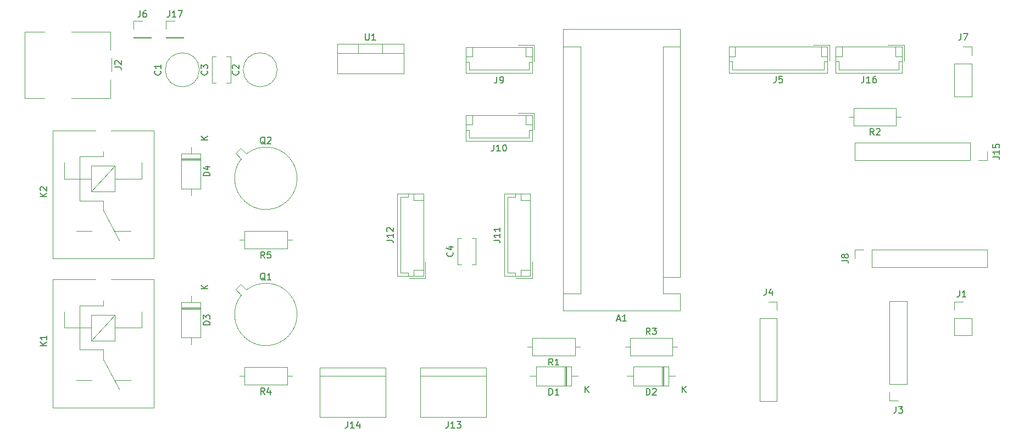
<source format=gbr>
%TF.GenerationSoftware,KiCad,Pcbnew,(5.1.9)-1*%
%TF.CreationDate,2021-02-24T20:02:18-03:00*%
%TF.ProjectId,Genesis,47656e65-7369-4732-9e6b-696361645f70,rev?*%
%TF.SameCoordinates,Original*%
%TF.FileFunction,Legend,Top*%
%TF.FilePolarity,Positive*%
%FSLAX46Y46*%
G04 Gerber Fmt 4.6, Leading zero omitted, Abs format (unit mm)*
G04 Created by KiCad (PCBNEW (5.1.9)-1) date 2021-02-24 20:02:18*
%MOMM*%
%LPD*%
G01*
G04 APERTURE LIST*
%ADD10C,0.120000*%
%ADD11C,0.150000*%
G04 APERTURE END LIST*
D10*
%TO.C,J1*%
X196660000Y-93020000D02*
X197990000Y-93020000D01*
X196660000Y-94350000D02*
X196660000Y-93020000D01*
X196660000Y-95620000D02*
X199320000Y-95620000D01*
X199320000Y-95620000D02*
X199320000Y-98220000D01*
X196660000Y-95620000D02*
X196660000Y-98220000D01*
X196660000Y-98220000D02*
X199320000Y-98220000D01*
%TO.C,J17*%
X75170000Y-49670000D02*
X76500000Y-49670000D01*
X75170000Y-51000000D02*
X75170000Y-49670000D01*
X75170000Y-52270000D02*
X77830000Y-52270000D01*
X77830000Y-52270000D02*
X77830000Y-52330000D01*
X75170000Y-52270000D02*
X75170000Y-52330000D01*
X75170000Y-52330000D02*
X77830000Y-52330000D01*
%TO.C,J16*%
X188910000Y-53390000D02*
X186410000Y-53390000D01*
X188910000Y-55890000D02*
X188910000Y-53390000D01*
X179390000Y-55190000D02*
X179390000Y-53690000D01*
X178390000Y-55190000D02*
X179390000Y-55190000D01*
X187610000Y-55190000D02*
X187610000Y-53690000D01*
X188610000Y-55190000D02*
X187610000Y-55190000D01*
X178890000Y-56000000D02*
X178390000Y-56000000D01*
X178890000Y-57210000D02*
X178890000Y-56000000D01*
X188110000Y-57210000D02*
X178890000Y-57210000D01*
X188110000Y-56000000D02*
X188110000Y-57210000D01*
X188610000Y-56000000D02*
X188110000Y-56000000D01*
X178390000Y-57710000D02*
X188610000Y-57710000D01*
X178390000Y-53690000D02*
X178390000Y-57710000D01*
X188610000Y-53690000D02*
X178390000Y-53690000D01*
X188610000Y-57710000D02*
X188610000Y-53690000D01*
%TO.C,J6*%
X70170000Y-49670000D02*
X71500000Y-49670000D01*
X70170000Y-51000000D02*
X70170000Y-49670000D01*
X70170000Y-52270000D02*
X72830000Y-52270000D01*
X72830000Y-52270000D02*
X72830000Y-52330000D01*
X70170000Y-52270000D02*
X70170000Y-52330000D01*
X70170000Y-52330000D02*
X72830000Y-52330000D01*
%TO.C,J10*%
X131890000Y-63950000D02*
X129390000Y-63950000D01*
X131890000Y-66450000D02*
X131890000Y-63950000D01*
X122370000Y-65750000D02*
X122370000Y-64250000D01*
X121370000Y-65750000D02*
X122370000Y-65750000D01*
X130590000Y-65750000D02*
X130590000Y-64250000D01*
X131590000Y-65750000D02*
X130590000Y-65750000D01*
X121870000Y-66560000D02*
X121370000Y-66560000D01*
X121870000Y-67770000D02*
X121870000Y-66560000D01*
X131090000Y-67770000D02*
X121870000Y-67770000D01*
X131090000Y-66560000D02*
X131090000Y-67770000D01*
X131590000Y-66560000D02*
X131090000Y-66560000D01*
X121370000Y-68270000D02*
X131590000Y-68270000D01*
X121370000Y-64250000D02*
X121370000Y-68270000D01*
X131590000Y-64250000D02*
X121370000Y-64250000D01*
X131590000Y-68270000D02*
X131590000Y-64250000D01*
%TO.C,C4*%
X120080000Y-87270000D02*
X120080000Y-83230000D01*
X122920000Y-87270000D02*
X122920000Y-83230000D01*
X120080000Y-87270000D02*
X120705000Y-87270000D01*
X122295000Y-87270000D02*
X122920000Y-87270000D01*
X120080000Y-83230000D02*
X120705000Y-83230000D01*
X122295000Y-83230000D02*
X122920000Y-83230000D01*
%TO.C,J14*%
X98880000Y-104460000D02*
X109040000Y-104460000D01*
X98880000Y-103190000D02*
X98880000Y-110810000D01*
X98880000Y-110810000D02*
X109040000Y-110810000D01*
X109040000Y-110810000D02*
X109040000Y-103190000D01*
X109040000Y-103190000D02*
X98880000Y-103190000D01*
%TO.C,J13*%
X114380000Y-104460000D02*
X124540000Y-104460000D01*
X114380000Y-103190000D02*
X114380000Y-110810000D01*
X114380000Y-110810000D02*
X124540000Y-110810000D01*
X124540000Y-110810000D02*
X124540000Y-103190000D01*
X124540000Y-103190000D02*
X114380000Y-103190000D01*
%TO.C,J9*%
X131590000Y-57770000D02*
X131590000Y-53750000D01*
X131590000Y-53750000D02*
X121370000Y-53750000D01*
X121370000Y-53750000D02*
X121370000Y-57770000D01*
X121370000Y-57770000D02*
X131590000Y-57770000D01*
X131590000Y-56060000D02*
X131090000Y-56060000D01*
X131090000Y-56060000D02*
X131090000Y-57270000D01*
X131090000Y-57270000D02*
X121870000Y-57270000D01*
X121870000Y-57270000D02*
X121870000Y-56060000D01*
X121870000Y-56060000D02*
X121370000Y-56060000D01*
X131590000Y-55250000D02*
X130590000Y-55250000D01*
X130590000Y-55250000D02*
X130590000Y-53750000D01*
X121370000Y-55250000D02*
X122370000Y-55250000D01*
X122370000Y-55250000D02*
X122370000Y-53750000D01*
X131890000Y-55950000D02*
X131890000Y-53450000D01*
X131890000Y-53450000D02*
X129390000Y-53450000D01*
%TO.C,J7*%
X196670000Y-56270000D02*
X199330000Y-56270000D01*
X196670000Y-56270000D02*
X196670000Y-61410000D01*
X196670000Y-61410000D02*
X199330000Y-61410000D01*
X199330000Y-56270000D02*
X199330000Y-61410000D01*
X199330000Y-53670000D02*
X199330000Y-55000000D01*
X198000000Y-53670000D02*
X199330000Y-53670000D01*
%TO.C,A1*%
X136360000Y-94440000D02*
X154400000Y-94440000D01*
X136360000Y-51000000D02*
X136360000Y-94440000D01*
X154400000Y-51000000D02*
X136360000Y-51000000D01*
X151730000Y-53670000D02*
X154400000Y-53670000D01*
X151730000Y-89230000D02*
X151730000Y-53670000D01*
X151730000Y-89230000D02*
X154400000Y-89230000D01*
X139030000Y-53670000D02*
X136360000Y-53670000D01*
X139030000Y-91770000D02*
X139030000Y-53670000D01*
X139030000Y-91770000D02*
X136360000Y-91770000D01*
X154400000Y-94440000D02*
X154400000Y-91770000D01*
X154400000Y-89230000D02*
X154400000Y-51000000D01*
X151730000Y-91770000D02*
X154400000Y-91770000D01*
X151730000Y-89230000D02*
X151730000Y-91770000D01*
%TO.C,J15*%
X201710000Y-69870000D02*
X201710000Y-71200000D01*
X201710000Y-71200000D02*
X200380000Y-71200000D01*
X199110000Y-71200000D02*
X181270000Y-71200000D01*
X181270000Y-68540000D02*
X181270000Y-71200000D01*
X199110000Y-68540000D02*
X181270000Y-68540000D01*
X199110000Y-68540000D02*
X199110000Y-71200000D01*
%TO.C,J8*%
X181300000Y-86360000D02*
X181300000Y-85030000D01*
X181300000Y-85030000D02*
X182630000Y-85030000D01*
X183900000Y-85030000D02*
X201740000Y-85030000D01*
X201740000Y-87690000D02*
X201740000Y-85030000D01*
X183900000Y-87690000D02*
X201740000Y-87690000D01*
X183900000Y-87690000D02*
X183900000Y-85030000D01*
%TO.C,J4*%
X168000000Y-93020000D02*
X169330000Y-93020000D01*
X169330000Y-93020000D02*
X169330000Y-94350000D01*
X169330000Y-95620000D02*
X169330000Y-108380000D01*
X166670000Y-108380000D02*
X169330000Y-108380000D01*
X166670000Y-95620000D02*
X166670000Y-108380000D01*
X166670000Y-95620000D02*
X169330000Y-95620000D01*
%TO.C,J3*%
X188000000Y-108330000D02*
X186670000Y-108330000D01*
X186670000Y-108330000D02*
X186670000Y-107000000D01*
X186670000Y-105730000D02*
X186670000Y-92970000D01*
X189330000Y-92970000D02*
X186670000Y-92970000D01*
X189330000Y-105730000D02*
X189330000Y-92970000D01*
X189330000Y-105730000D02*
X186670000Y-105730000D01*
%TO.C,D3*%
X80470000Y-93940000D02*
X77530000Y-93940000D01*
X80470000Y-94180000D02*
X77530000Y-94180000D01*
X80470000Y-94060000D02*
X77530000Y-94060000D01*
X79000000Y-99620000D02*
X79000000Y-98600000D01*
X79000000Y-92140000D02*
X79000000Y-93160000D01*
X80470000Y-98600000D02*
X80470000Y-93160000D01*
X77530000Y-98600000D02*
X80470000Y-98600000D01*
X77530000Y-93160000D02*
X77530000Y-98600000D01*
X80470000Y-93160000D02*
X77530000Y-93160000D01*
%TO.C,C3*%
X84465000Y-55240000D02*
X85090000Y-55240000D01*
X82250000Y-55240000D02*
X82875000Y-55240000D01*
X84465000Y-59280000D02*
X85090000Y-59280000D01*
X82250000Y-59280000D02*
X82875000Y-59280000D01*
X85090000Y-59280000D02*
X85090000Y-55240000D01*
X82250000Y-59280000D02*
X82250000Y-55240000D01*
%TO.C,C1*%
X80290000Y-57260000D02*
G75*
G03*
X80290000Y-57260000I-2620000J0D01*
G01*
%TO.C,C2*%
X92290000Y-57260000D02*
G75*
G03*
X92290000Y-57260000I-2620000J0D01*
G01*
%TO.C,D1*%
X136860000Y-105970000D02*
X136860000Y-103030000D01*
X136620000Y-105970000D02*
X136620000Y-103030000D01*
X136740000Y-105970000D02*
X136740000Y-103030000D01*
X131180000Y-104500000D02*
X132200000Y-104500000D01*
X138660000Y-104500000D02*
X137640000Y-104500000D01*
X132200000Y-105970000D02*
X137640000Y-105970000D01*
X132200000Y-103030000D02*
X132200000Y-105970000D01*
X137640000Y-103030000D02*
X132200000Y-103030000D01*
X137640000Y-105970000D02*
X137640000Y-103030000D01*
%TO.C,D2*%
X152640000Y-105970000D02*
X152640000Y-103030000D01*
X152640000Y-103030000D02*
X147200000Y-103030000D01*
X147200000Y-103030000D02*
X147200000Y-105970000D01*
X147200000Y-105970000D02*
X152640000Y-105970000D01*
X153660000Y-104500000D02*
X152640000Y-104500000D01*
X146180000Y-104500000D02*
X147200000Y-104500000D01*
X151740000Y-105970000D02*
X151740000Y-103030000D01*
X151620000Y-105970000D02*
X151620000Y-103030000D01*
X151860000Y-105970000D02*
X151860000Y-103030000D01*
%TO.C,D4*%
X80470000Y-70160000D02*
X77530000Y-70160000D01*
X77530000Y-70160000D02*
X77530000Y-75600000D01*
X77530000Y-75600000D02*
X80470000Y-75600000D01*
X80470000Y-75600000D02*
X80470000Y-70160000D01*
X79000000Y-69140000D02*
X79000000Y-70160000D01*
X79000000Y-76620000D02*
X79000000Y-75600000D01*
X80470000Y-71060000D02*
X77530000Y-71060000D01*
X80470000Y-71180000D02*
X77530000Y-71180000D01*
X80470000Y-70940000D02*
X77530000Y-70940000D01*
%TO.C,J5*%
X177410000Y-53390000D02*
X174910000Y-53390000D01*
X177410000Y-55890000D02*
X177410000Y-53390000D01*
X162890000Y-55190000D02*
X162890000Y-53690000D01*
X161890000Y-55190000D02*
X162890000Y-55190000D01*
X176110000Y-55190000D02*
X176110000Y-53690000D01*
X177110000Y-55190000D02*
X176110000Y-55190000D01*
X162390000Y-56000000D02*
X161890000Y-56000000D01*
X162390000Y-57210000D02*
X162390000Y-56000000D01*
X176610000Y-57210000D02*
X162390000Y-57210000D01*
X176610000Y-56000000D02*
X176610000Y-57210000D01*
X177110000Y-56000000D02*
X176610000Y-56000000D01*
X161890000Y-57710000D02*
X177110000Y-57710000D01*
X161890000Y-53690000D02*
X161890000Y-57710000D01*
X177110000Y-53690000D02*
X161890000Y-53690000D01*
X177110000Y-57710000D02*
X177110000Y-53690000D01*
%TO.C,J11*%
X131610000Y-89410000D02*
X131610000Y-86910000D01*
X129110000Y-89410000D02*
X131610000Y-89410000D01*
X129810000Y-77390000D02*
X131310000Y-77390000D01*
X129810000Y-76390000D02*
X129810000Y-77390000D01*
X129810000Y-88110000D02*
X131310000Y-88110000D01*
X129810000Y-89110000D02*
X129810000Y-88110000D01*
X129000000Y-76890000D02*
X129000000Y-76390000D01*
X127790000Y-76890000D02*
X129000000Y-76890000D01*
X127790000Y-88610000D02*
X127790000Y-76890000D01*
X129000000Y-88610000D02*
X127790000Y-88610000D01*
X129000000Y-89110000D02*
X129000000Y-88610000D01*
X127290000Y-76390000D02*
X127290000Y-89110000D01*
X131310000Y-76390000D02*
X127290000Y-76390000D01*
X131310000Y-89110000D02*
X131310000Y-76390000D01*
X127290000Y-89110000D02*
X131310000Y-89110000D01*
%TO.C,J12*%
X110790000Y-89110000D02*
X114810000Y-89110000D01*
X114810000Y-89110000D02*
X114810000Y-76390000D01*
X114810000Y-76390000D02*
X110790000Y-76390000D01*
X110790000Y-76390000D02*
X110790000Y-89110000D01*
X112500000Y-89110000D02*
X112500000Y-88610000D01*
X112500000Y-88610000D02*
X111290000Y-88610000D01*
X111290000Y-88610000D02*
X111290000Y-76890000D01*
X111290000Y-76890000D02*
X112500000Y-76890000D01*
X112500000Y-76890000D02*
X112500000Y-76390000D01*
X113310000Y-89110000D02*
X113310000Y-88110000D01*
X113310000Y-88110000D02*
X114810000Y-88110000D01*
X113310000Y-76390000D02*
X113310000Y-77390000D01*
X113310000Y-77390000D02*
X114810000Y-77390000D01*
X112610000Y-89410000D02*
X115110000Y-89410000D01*
X115110000Y-89410000D02*
X115110000Y-86910000D01*
%TO.C,K1*%
X63650000Y-99050000D02*
X63650000Y-95050000D01*
X67250000Y-99050000D02*
X63650000Y-99050000D01*
X67250000Y-95050000D02*
X67250000Y-99050000D01*
X63650000Y-95050000D02*
X67250000Y-95050000D01*
X63650000Y-99050000D02*
X67250000Y-95050000D01*
X63650000Y-97050000D02*
X59450000Y-97050000D01*
X71450000Y-97050000D02*
X67250000Y-97050000D01*
X65450000Y-93650000D02*
X61850000Y-93650000D01*
X65450000Y-100450000D02*
X61850000Y-100450000D01*
X61850000Y-100450000D02*
X61850000Y-93650000D01*
X65450000Y-101950000D02*
X67950000Y-106550000D01*
X65450000Y-100450000D02*
X65450000Y-101950000D01*
X71450000Y-97050000D02*
X71450000Y-94550000D01*
X65450000Y-93650000D02*
X65450000Y-92850000D01*
X59450000Y-94550000D02*
X59450000Y-97050000D01*
X69700000Y-105150000D02*
X67200000Y-105150000D01*
X61300000Y-105150000D02*
X63750000Y-105150000D01*
X57700000Y-109400000D02*
X57700000Y-89600000D01*
X73300000Y-109400000D02*
X57700000Y-109400000D01*
X73300000Y-89600000D02*
X73300000Y-109400000D01*
X73300000Y-89600000D02*
X66700000Y-89600000D01*
X64300000Y-89600000D02*
X57700000Y-89600000D01*
%TO.C,K2*%
X64300000Y-66600000D02*
X57700000Y-66600000D01*
X73300000Y-66600000D02*
X66700000Y-66600000D01*
X73300000Y-66600000D02*
X73300000Y-86400000D01*
X73300000Y-86400000D02*
X57700000Y-86400000D01*
X57700000Y-86400000D02*
X57700000Y-66600000D01*
X61300000Y-82150000D02*
X63750000Y-82150000D01*
X69700000Y-82150000D02*
X67200000Y-82150000D01*
X59450000Y-71550000D02*
X59450000Y-74050000D01*
X65450000Y-70650000D02*
X65450000Y-69850000D01*
X71450000Y-74050000D02*
X71450000Y-71550000D01*
X65450000Y-77450000D02*
X65450000Y-78950000D01*
X65450000Y-78950000D02*
X67950000Y-83550000D01*
X61850000Y-77450000D02*
X61850000Y-70650000D01*
X65450000Y-77450000D02*
X61850000Y-77450000D01*
X65450000Y-70650000D02*
X61850000Y-70650000D01*
X71450000Y-74050000D02*
X67250000Y-74050000D01*
X63650000Y-74050000D02*
X59450000Y-74050000D01*
X63650000Y-76050000D02*
X67250000Y-72050000D01*
X63650000Y-72050000D02*
X67250000Y-72050000D01*
X67250000Y-72050000D02*
X67250000Y-76050000D01*
X67250000Y-76050000D02*
X63650000Y-76050000D01*
X63650000Y-76050000D02*
X63650000Y-72050000D01*
%TO.C,Q1*%
X85874144Y-91111961D02*
X86765098Y-92002916D01*
X86651961Y-90334144D02*
X85874144Y-91111961D01*
X87542916Y-91225098D02*
X86651961Y-90334144D01*
X86765326Y-92002629D02*
G75*
G03*
X87542916Y-91225098I3774674J-2997371D01*
G01*
%TO.C,Q2*%
X87542916Y-70225098D02*
X86651961Y-69334144D01*
X86651961Y-69334144D02*
X85874144Y-70111961D01*
X85874144Y-70111961D02*
X86765098Y-71002916D01*
X86765326Y-71002629D02*
G75*
G03*
X87542916Y-70225098I3774674J-2997371D01*
G01*
%TO.C,R1*%
X130880000Y-100000000D02*
X131650000Y-100000000D01*
X138960000Y-100000000D02*
X138190000Y-100000000D01*
X131650000Y-101370000D02*
X138190000Y-101370000D01*
X131650000Y-98630000D02*
X131650000Y-101370000D01*
X138190000Y-98630000D02*
X131650000Y-98630000D01*
X138190000Y-101370000D02*
X138190000Y-98630000D01*
%TO.C,R2*%
X180380000Y-64500000D02*
X181150000Y-64500000D01*
X188460000Y-64500000D02*
X187690000Y-64500000D01*
X181150000Y-65870000D02*
X187690000Y-65870000D01*
X181150000Y-63130000D02*
X181150000Y-65870000D01*
X187690000Y-63130000D02*
X181150000Y-63130000D01*
X187690000Y-65870000D02*
X187690000Y-63130000D01*
%TO.C,R3*%
X146650000Y-98630000D02*
X146650000Y-101370000D01*
X146650000Y-101370000D02*
X153190000Y-101370000D01*
X153190000Y-101370000D02*
X153190000Y-98630000D01*
X153190000Y-98630000D02*
X146650000Y-98630000D01*
X145880000Y-100000000D02*
X146650000Y-100000000D01*
X153960000Y-100000000D02*
X153190000Y-100000000D01*
%TO.C,R4*%
X86500000Y-104500000D02*
X87270000Y-104500000D01*
X94580000Y-104500000D02*
X93810000Y-104500000D01*
X87270000Y-105870000D02*
X93810000Y-105870000D01*
X87270000Y-103130000D02*
X87270000Y-105870000D01*
X93810000Y-103130000D02*
X87270000Y-103130000D01*
X93810000Y-105870000D02*
X93810000Y-103130000D01*
%TO.C,R5*%
X93810000Y-84870000D02*
X93810000Y-82130000D01*
X93810000Y-82130000D02*
X87270000Y-82130000D01*
X87270000Y-82130000D02*
X87270000Y-84870000D01*
X87270000Y-84870000D02*
X93810000Y-84870000D01*
X94580000Y-83500000D02*
X93810000Y-83500000D01*
X86500000Y-83500000D02*
X87270000Y-83500000D01*
%TO.C,U1*%
X108511000Y-53230000D02*
X108511000Y-54740000D01*
X104810000Y-53230000D02*
X104810000Y-54740000D01*
X101540000Y-54740000D02*
X111780000Y-54740000D01*
X111780000Y-53230000D02*
X111780000Y-57871000D01*
X101540000Y-53230000D02*
X101540000Y-57871000D01*
X101540000Y-57871000D02*
X111780000Y-57871000D01*
X101540000Y-53230000D02*
X111780000Y-53230000D01*
%TO.C,J2*%
X60550000Y-51390000D02*
X66610000Y-51390000D01*
X66610000Y-51390000D02*
X66610000Y-54200000D01*
X66610000Y-58800000D02*
X66610000Y-61610000D01*
X66610000Y-61610000D02*
X60550000Y-61610000D01*
X56450000Y-61610000D02*
X53390000Y-61610000D01*
X53390000Y-61610000D02*
X53390000Y-51390000D01*
X53390000Y-51390000D02*
X56450000Y-51390000D01*
X66800000Y-55500000D02*
X66800000Y-57500000D01*
%TO.C,J1*%
D11*
X197456666Y-91302380D02*
X197456666Y-92016666D01*
X197409047Y-92159523D01*
X197313809Y-92254761D01*
X197170952Y-92302380D01*
X197075714Y-92302380D01*
X198456666Y-92302380D02*
X197885238Y-92302380D01*
X198170952Y-92302380D02*
X198170952Y-91302380D01*
X198075714Y-91445238D01*
X197980476Y-91540476D01*
X197885238Y-91588095D01*
%TO.C,J17*%
X75690476Y-48122380D02*
X75690476Y-48836666D01*
X75642857Y-48979523D01*
X75547619Y-49074761D01*
X75404761Y-49122380D01*
X75309523Y-49122380D01*
X76690476Y-49122380D02*
X76119047Y-49122380D01*
X76404761Y-49122380D02*
X76404761Y-48122380D01*
X76309523Y-48265238D01*
X76214285Y-48360476D01*
X76119047Y-48408095D01*
X77023809Y-48122380D02*
X77690476Y-48122380D01*
X77261904Y-49122380D01*
%TO.C,J16*%
X182690476Y-58252380D02*
X182690476Y-58966666D01*
X182642857Y-59109523D01*
X182547619Y-59204761D01*
X182404761Y-59252380D01*
X182309523Y-59252380D01*
X183690476Y-59252380D02*
X183119047Y-59252380D01*
X183404761Y-59252380D02*
X183404761Y-58252380D01*
X183309523Y-58395238D01*
X183214285Y-58490476D01*
X183119047Y-58538095D01*
X184547619Y-58252380D02*
X184357142Y-58252380D01*
X184261904Y-58300000D01*
X184214285Y-58347619D01*
X184119047Y-58490476D01*
X184071428Y-58680952D01*
X184071428Y-59061904D01*
X184119047Y-59157142D01*
X184166666Y-59204761D01*
X184261904Y-59252380D01*
X184452380Y-59252380D01*
X184547619Y-59204761D01*
X184595238Y-59157142D01*
X184642857Y-59061904D01*
X184642857Y-58823809D01*
X184595238Y-58728571D01*
X184547619Y-58680952D01*
X184452380Y-58633333D01*
X184261904Y-58633333D01*
X184166666Y-58680952D01*
X184119047Y-58728571D01*
X184071428Y-58823809D01*
%TO.C,J6*%
X71166666Y-48122380D02*
X71166666Y-48836666D01*
X71119047Y-48979523D01*
X71023809Y-49074761D01*
X70880952Y-49122380D01*
X70785714Y-49122380D01*
X72071428Y-48122380D02*
X71880952Y-48122380D01*
X71785714Y-48170000D01*
X71738095Y-48217619D01*
X71642857Y-48360476D01*
X71595238Y-48550952D01*
X71595238Y-48931904D01*
X71642857Y-49027142D01*
X71690476Y-49074761D01*
X71785714Y-49122380D01*
X71976190Y-49122380D01*
X72071428Y-49074761D01*
X72119047Y-49027142D01*
X72166666Y-48931904D01*
X72166666Y-48693809D01*
X72119047Y-48598571D01*
X72071428Y-48550952D01*
X71976190Y-48503333D01*
X71785714Y-48503333D01*
X71690476Y-48550952D01*
X71642857Y-48598571D01*
X71595238Y-48693809D01*
%TO.C,J10*%
X125670476Y-68812380D02*
X125670476Y-69526666D01*
X125622857Y-69669523D01*
X125527619Y-69764761D01*
X125384761Y-69812380D01*
X125289523Y-69812380D01*
X126670476Y-69812380D02*
X126099047Y-69812380D01*
X126384761Y-69812380D02*
X126384761Y-68812380D01*
X126289523Y-68955238D01*
X126194285Y-69050476D01*
X126099047Y-69098095D01*
X127289523Y-68812380D02*
X127384761Y-68812380D01*
X127480000Y-68860000D01*
X127527619Y-68907619D01*
X127575238Y-69002857D01*
X127622857Y-69193333D01*
X127622857Y-69431428D01*
X127575238Y-69621904D01*
X127527619Y-69717142D01*
X127480000Y-69764761D01*
X127384761Y-69812380D01*
X127289523Y-69812380D01*
X127194285Y-69764761D01*
X127146666Y-69717142D01*
X127099047Y-69621904D01*
X127051428Y-69431428D01*
X127051428Y-69193333D01*
X127099047Y-69002857D01*
X127146666Y-68907619D01*
X127194285Y-68860000D01*
X127289523Y-68812380D01*
%TO.C,C4*%
X119307142Y-85416666D02*
X119354761Y-85464285D01*
X119402380Y-85607142D01*
X119402380Y-85702380D01*
X119354761Y-85845238D01*
X119259523Y-85940476D01*
X119164285Y-85988095D01*
X118973809Y-86035714D01*
X118830952Y-86035714D01*
X118640476Y-85988095D01*
X118545238Y-85940476D01*
X118450000Y-85845238D01*
X118402380Y-85702380D01*
X118402380Y-85607142D01*
X118450000Y-85464285D01*
X118497619Y-85416666D01*
X118735714Y-84559523D02*
X119402380Y-84559523D01*
X118354761Y-84797619D02*
X119069047Y-85035714D01*
X119069047Y-84416666D01*
%TO.C,J14*%
X103150476Y-111532380D02*
X103150476Y-112246666D01*
X103102857Y-112389523D01*
X103007619Y-112484761D01*
X102864761Y-112532380D01*
X102769523Y-112532380D01*
X104150476Y-112532380D02*
X103579047Y-112532380D01*
X103864761Y-112532380D02*
X103864761Y-111532380D01*
X103769523Y-111675238D01*
X103674285Y-111770476D01*
X103579047Y-111818095D01*
X105007619Y-111865714D02*
X105007619Y-112532380D01*
X104769523Y-111484761D02*
X104531428Y-112199047D01*
X105150476Y-112199047D01*
%TO.C,J13*%
X118650476Y-111532380D02*
X118650476Y-112246666D01*
X118602857Y-112389523D01*
X118507619Y-112484761D01*
X118364761Y-112532380D01*
X118269523Y-112532380D01*
X119650476Y-112532380D02*
X119079047Y-112532380D01*
X119364761Y-112532380D02*
X119364761Y-111532380D01*
X119269523Y-111675238D01*
X119174285Y-111770476D01*
X119079047Y-111818095D01*
X119983809Y-111532380D02*
X120602857Y-111532380D01*
X120269523Y-111913333D01*
X120412380Y-111913333D01*
X120507619Y-111960952D01*
X120555238Y-112008571D01*
X120602857Y-112103809D01*
X120602857Y-112341904D01*
X120555238Y-112437142D01*
X120507619Y-112484761D01*
X120412380Y-112532380D01*
X120126666Y-112532380D01*
X120031428Y-112484761D01*
X119983809Y-112437142D01*
%TO.C,J9*%
X126146666Y-58312380D02*
X126146666Y-59026666D01*
X126099047Y-59169523D01*
X126003809Y-59264761D01*
X125860952Y-59312380D01*
X125765714Y-59312380D01*
X126670476Y-59312380D02*
X126860952Y-59312380D01*
X126956190Y-59264761D01*
X127003809Y-59217142D01*
X127099047Y-59074285D01*
X127146666Y-58883809D01*
X127146666Y-58502857D01*
X127099047Y-58407619D01*
X127051428Y-58360000D01*
X126956190Y-58312380D01*
X126765714Y-58312380D01*
X126670476Y-58360000D01*
X126622857Y-58407619D01*
X126575238Y-58502857D01*
X126575238Y-58740952D01*
X126622857Y-58836190D01*
X126670476Y-58883809D01*
X126765714Y-58931428D01*
X126956190Y-58931428D01*
X127051428Y-58883809D01*
X127099047Y-58836190D01*
X127146666Y-58740952D01*
%TO.C,J7*%
X197666666Y-51682380D02*
X197666666Y-52396666D01*
X197619047Y-52539523D01*
X197523809Y-52634761D01*
X197380952Y-52682380D01*
X197285714Y-52682380D01*
X198047619Y-51682380D02*
X198714285Y-51682380D01*
X198285714Y-52682380D01*
%TO.C,A1*%
X144665714Y-95746666D02*
X145141904Y-95746666D01*
X144570476Y-96032380D02*
X144903809Y-95032380D01*
X145237142Y-96032380D01*
X146094285Y-96032380D02*
X145522857Y-96032380D01*
X145808571Y-96032380D02*
X145808571Y-95032380D01*
X145713333Y-95175238D01*
X145618095Y-95270476D01*
X145522857Y-95318095D01*
%TO.C,J15*%
X202602380Y-70679523D02*
X203316666Y-70679523D01*
X203459523Y-70727142D01*
X203554761Y-70822380D01*
X203602380Y-70965238D01*
X203602380Y-71060476D01*
X203602380Y-69679523D02*
X203602380Y-70250952D01*
X203602380Y-69965238D02*
X202602380Y-69965238D01*
X202745238Y-70060476D01*
X202840476Y-70155714D01*
X202888095Y-70250952D01*
X202602380Y-68774761D02*
X202602380Y-69250952D01*
X203078571Y-69298571D01*
X203030952Y-69250952D01*
X202983333Y-69155714D01*
X202983333Y-68917619D01*
X203030952Y-68822380D01*
X203078571Y-68774761D01*
X203173809Y-68727142D01*
X203411904Y-68727142D01*
X203507142Y-68774761D01*
X203554761Y-68822380D01*
X203602380Y-68917619D01*
X203602380Y-69155714D01*
X203554761Y-69250952D01*
X203507142Y-69298571D01*
%TO.C,J8*%
X179312380Y-86693333D02*
X180026666Y-86693333D01*
X180169523Y-86740952D01*
X180264761Y-86836190D01*
X180312380Y-86979047D01*
X180312380Y-87074285D01*
X179740952Y-86074285D02*
X179693333Y-86169523D01*
X179645714Y-86217142D01*
X179550476Y-86264761D01*
X179502857Y-86264761D01*
X179407619Y-86217142D01*
X179360000Y-86169523D01*
X179312380Y-86074285D01*
X179312380Y-85883809D01*
X179360000Y-85788571D01*
X179407619Y-85740952D01*
X179502857Y-85693333D01*
X179550476Y-85693333D01*
X179645714Y-85740952D01*
X179693333Y-85788571D01*
X179740952Y-85883809D01*
X179740952Y-86074285D01*
X179788571Y-86169523D01*
X179836190Y-86217142D01*
X179931428Y-86264761D01*
X180121904Y-86264761D01*
X180217142Y-86217142D01*
X180264761Y-86169523D01*
X180312380Y-86074285D01*
X180312380Y-85883809D01*
X180264761Y-85788571D01*
X180217142Y-85740952D01*
X180121904Y-85693333D01*
X179931428Y-85693333D01*
X179836190Y-85740952D01*
X179788571Y-85788571D01*
X179740952Y-85883809D01*
%TO.C,J4*%
X167666666Y-91032380D02*
X167666666Y-91746666D01*
X167619047Y-91889523D01*
X167523809Y-91984761D01*
X167380952Y-92032380D01*
X167285714Y-92032380D01*
X168571428Y-91365714D02*
X168571428Y-92032380D01*
X168333333Y-90984761D02*
X168095238Y-91699047D01*
X168714285Y-91699047D01*
%TO.C,J3*%
X187666666Y-109222380D02*
X187666666Y-109936666D01*
X187619047Y-110079523D01*
X187523809Y-110174761D01*
X187380952Y-110222380D01*
X187285714Y-110222380D01*
X188047619Y-109222380D02*
X188666666Y-109222380D01*
X188333333Y-109603333D01*
X188476190Y-109603333D01*
X188571428Y-109650952D01*
X188619047Y-109698571D01*
X188666666Y-109793809D01*
X188666666Y-110031904D01*
X188619047Y-110127142D01*
X188571428Y-110174761D01*
X188476190Y-110222380D01*
X188190476Y-110222380D01*
X188095238Y-110174761D01*
X188047619Y-110127142D01*
%TO.C,D3*%
X81922380Y-96618095D02*
X80922380Y-96618095D01*
X80922380Y-96380000D01*
X80970000Y-96237142D01*
X81065238Y-96141904D01*
X81160476Y-96094285D01*
X81350952Y-96046666D01*
X81493809Y-96046666D01*
X81684285Y-96094285D01*
X81779523Y-96141904D01*
X81874761Y-96237142D01*
X81922380Y-96380000D01*
X81922380Y-96618095D01*
X80922380Y-95713333D02*
X80922380Y-95094285D01*
X81303333Y-95427619D01*
X81303333Y-95284761D01*
X81350952Y-95189523D01*
X81398571Y-95141904D01*
X81493809Y-95094285D01*
X81731904Y-95094285D01*
X81827142Y-95141904D01*
X81874761Y-95189523D01*
X81922380Y-95284761D01*
X81922380Y-95570476D01*
X81874761Y-95665714D01*
X81827142Y-95713333D01*
X81552380Y-91061904D02*
X80552380Y-91061904D01*
X81552380Y-90490476D02*
X80980952Y-90919047D01*
X80552380Y-90490476D02*
X81123809Y-91061904D01*
%TO.C,C3*%
X81477142Y-57426666D02*
X81524761Y-57474285D01*
X81572380Y-57617142D01*
X81572380Y-57712380D01*
X81524761Y-57855238D01*
X81429523Y-57950476D01*
X81334285Y-57998095D01*
X81143809Y-58045714D01*
X81000952Y-58045714D01*
X80810476Y-57998095D01*
X80715238Y-57950476D01*
X80620000Y-57855238D01*
X80572380Y-57712380D01*
X80572380Y-57617142D01*
X80620000Y-57474285D01*
X80667619Y-57426666D01*
X80572380Y-57093333D02*
X80572380Y-56474285D01*
X80953333Y-56807619D01*
X80953333Y-56664761D01*
X81000952Y-56569523D01*
X81048571Y-56521904D01*
X81143809Y-56474285D01*
X81381904Y-56474285D01*
X81477142Y-56521904D01*
X81524761Y-56569523D01*
X81572380Y-56664761D01*
X81572380Y-56950476D01*
X81524761Y-57045714D01*
X81477142Y-57093333D01*
%TO.C,C1*%
X74277142Y-57426666D02*
X74324761Y-57474285D01*
X74372380Y-57617142D01*
X74372380Y-57712380D01*
X74324761Y-57855238D01*
X74229523Y-57950476D01*
X74134285Y-57998095D01*
X73943809Y-58045714D01*
X73800952Y-58045714D01*
X73610476Y-57998095D01*
X73515238Y-57950476D01*
X73420000Y-57855238D01*
X73372380Y-57712380D01*
X73372380Y-57617142D01*
X73420000Y-57474285D01*
X73467619Y-57426666D01*
X74372380Y-56474285D02*
X74372380Y-57045714D01*
X74372380Y-56760000D02*
X73372380Y-56760000D01*
X73515238Y-56855238D01*
X73610476Y-56950476D01*
X73658095Y-57045714D01*
%TO.C,C2*%
X86277142Y-57426666D02*
X86324761Y-57474285D01*
X86372380Y-57617142D01*
X86372380Y-57712380D01*
X86324761Y-57855238D01*
X86229523Y-57950476D01*
X86134285Y-57998095D01*
X85943809Y-58045714D01*
X85800952Y-58045714D01*
X85610476Y-57998095D01*
X85515238Y-57950476D01*
X85420000Y-57855238D01*
X85372380Y-57712380D01*
X85372380Y-57617142D01*
X85420000Y-57474285D01*
X85467619Y-57426666D01*
X85467619Y-57045714D02*
X85420000Y-56998095D01*
X85372380Y-56902857D01*
X85372380Y-56664761D01*
X85420000Y-56569523D01*
X85467619Y-56521904D01*
X85562857Y-56474285D01*
X85658095Y-56474285D01*
X85800952Y-56521904D01*
X86372380Y-57093333D01*
X86372380Y-56474285D01*
%TO.C,D1*%
X134181904Y-107422380D02*
X134181904Y-106422380D01*
X134420000Y-106422380D01*
X134562857Y-106470000D01*
X134658095Y-106565238D01*
X134705714Y-106660476D01*
X134753333Y-106850952D01*
X134753333Y-106993809D01*
X134705714Y-107184285D01*
X134658095Y-107279523D01*
X134562857Y-107374761D01*
X134420000Y-107422380D01*
X134181904Y-107422380D01*
X135705714Y-107422380D02*
X135134285Y-107422380D01*
X135420000Y-107422380D02*
X135420000Y-106422380D01*
X135324761Y-106565238D01*
X135229523Y-106660476D01*
X135134285Y-106708095D01*
X139738095Y-107052380D02*
X139738095Y-106052380D01*
X140309523Y-107052380D02*
X139880952Y-106480952D01*
X140309523Y-106052380D02*
X139738095Y-106623809D01*
%TO.C,D2*%
X149181904Y-107422380D02*
X149181904Y-106422380D01*
X149420000Y-106422380D01*
X149562857Y-106470000D01*
X149658095Y-106565238D01*
X149705714Y-106660476D01*
X149753333Y-106850952D01*
X149753333Y-106993809D01*
X149705714Y-107184285D01*
X149658095Y-107279523D01*
X149562857Y-107374761D01*
X149420000Y-107422380D01*
X149181904Y-107422380D01*
X150134285Y-106517619D02*
X150181904Y-106470000D01*
X150277142Y-106422380D01*
X150515238Y-106422380D01*
X150610476Y-106470000D01*
X150658095Y-106517619D01*
X150705714Y-106612857D01*
X150705714Y-106708095D01*
X150658095Y-106850952D01*
X150086666Y-107422380D01*
X150705714Y-107422380D01*
X154738095Y-107052380D02*
X154738095Y-106052380D01*
X155309523Y-107052380D02*
X154880952Y-106480952D01*
X155309523Y-106052380D02*
X154738095Y-106623809D01*
%TO.C,D4*%
X81922380Y-73618095D02*
X80922380Y-73618095D01*
X80922380Y-73380000D01*
X80970000Y-73237142D01*
X81065238Y-73141904D01*
X81160476Y-73094285D01*
X81350952Y-73046666D01*
X81493809Y-73046666D01*
X81684285Y-73094285D01*
X81779523Y-73141904D01*
X81874761Y-73237142D01*
X81922380Y-73380000D01*
X81922380Y-73618095D01*
X81255714Y-72189523D02*
X81922380Y-72189523D01*
X80874761Y-72427619D02*
X81589047Y-72665714D01*
X81589047Y-72046666D01*
X81552380Y-68061904D02*
X80552380Y-68061904D01*
X81552380Y-67490476D02*
X80980952Y-67919047D01*
X80552380Y-67490476D02*
X81123809Y-68061904D01*
%TO.C,J5*%
X169166666Y-58252380D02*
X169166666Y-58966666D01*
X169119047Y-59109523D01*
X169023809Y-59204761D01*
X168880952Y-59252380D01*
X168785714Y-59252380D01*
X170119047Y-58252380D02*
X169642857Y-58252380D01*
X169595238Y-58728571D01*
X169642857Y-58680952D01*
X169738095Y-58633333D01*
X169976190Y-58633333D01*
X170071428Y-58680952D01*
X170119047Y-58728571D01*
X170166666Y-58823809D01*
X170166666Y-59061904D01*
X170119047Y-59157142D01*
X170071428Y-59204761D01*
X169976190Y-59252380D01*
X169738095Y-59252380D01*
X169642857Y-59204761D01*
X169595238Y-59157142D01*
%TO.C,J11*%
X125652380Y-83559523D02*
X126366666Y-83559523D01*
X126509523Y-83607142D01*
X126604761Y-83702380D01*
X126652380Y-83845238D01*
X126652380Y-83940476D01*
X126652380Y-82559523D02*
X126652380Y-83130952D01*
X126652380Y-82845238D02*
X125652380Y-82845238D01*
X125795238Y-82940476D01*
X125890476Y-83035714D01*
X125938095Y-83130952D01*
X126652380Y-81607142D02*
X126652380Y-82178571D01*
X126652380Y-81892857D02*
X125652380Y-81892857D01*
X125795238Y-81988095D01*
X125890476Y-82083333D01*
X125938095Y-82178571D01*
%TO.C,J12*%
X109152380Y-83559523D02*
X109866666Y-83559523D01*
X110009523Y-83607142D01*
X110104761Y-83702380D01*
X110152380Y-83845238D01*
X110152380Y-83940476D01*
X110152380Y-82559523D02*
X110152380Y-83130952D01*
X110152380Y-82845238D02*
X109152380Y-82845238D01*
X109295238Y-82940476D01*
X109390476Y-83035714D01*
X109438095Y-83130952D01*
X109247619Y-82178571D02*
X109200000Y-82130952D01*
X109152380Y-82035714D01*
X109152380Y-81797619D01*
X109200000Y-81702380D01*
X109247619Y-81654761D01*
X109342857Y-81607142D01*
X109438095Y-81607142D01*
X109580952Y-81654761D01*
X110152380Y-82226190D01*
X110152380Y-81607142D01*
%TO.C,K1*%
X56752380Y-99838095D02*
X55752380Y-99838095D01*
X56752380Y-99266666D02*
X56180952Y-99695238D01*
X55752380Y-99266666D02*
X56323809Y-99838095D01*
X56752380Y-98314285D02*
X56752380Y-98885714D01*
X56752380Y-98600000D02*
X55752380Y-98600000D01*
X55895238Y-98695238D01*
X55990476Y-98790476D01*
X56038095Y-98885714D01*
%TO.C,K2*%
X56752380Y-76838095D02*
X55752380Y-76838095D01*
X56752380Y-76266666D02*
X56180952Y-76695238D01*
X55752380Y-76266666D02*
X56323809Y-76838095D01*
X55847619Y-75885714D02*
X55800000Y-75838095D01*
X55752380Y-75742857D01*
X55752380Y-75504761D01*
X55800000Y-75409523D01*
X55847619Y-75361904D01*
X55942857Y-75314285D01*
X56038095Y-75314285D01*
X56180952Y-75361904D01*
X56752380Y-75933333D01*
X56752380Y-75314285D01*
%TO.C,Q1*%
X90444761Y-89727619D02*
X90349523Y-89680000D01*
X90254285Y-89584761D01*
X90111428Y-89441904D01*
X90016190Y-89394285D01*
X89920952Y-89394285D01*
X89968571Y-89632380D02*
X89873333Y-89584761D01*
X89778095Y-89489523D01*
X89730476Y-89299047D01*
X89730476Y-88965714D01*
X89778095Y-88775238D01*
X89873333Y-88680000D01*
X89968571Y-88632380D01*
X90159047Y-88632380D01*
X90254285Y-88680000D01*
X90349523Y-88775238D01*
X90397142Y-88965714D01*
X90397142Y-89299047D01*
X90349523Y-89489523D01*
X90254285Y-89584761D01*
X90159047Y-89632380D01*
X89968571Y-89632380D01*
X91349523Y-89632380D02*
X90778095Y-89632380D01*
X91063809Y-89632380D02*
X91063809Y-88632380D01*
X90968571Y-88775238D01*
X90873333Y-88870476D01*
X90778095Y-88918095D01*
%TO.C,Q2*%
X90444761Y-68727619D02*
X90349523Y-68680000D01*
X90254285Y-68584761D01*
X90111428Y-68441904D01*
X90016190Y-68394285D01*
X89920952Y-68394285D01*
X89968571Y-68632380D02*
X89873333Y-68584761D01*
X89778095Y-68489523D01*
X89730476Y-68299047D01*
X89730476Y-67965714D01*
X89778095Y-67775238D01*
X89873333Y-67680000D01*
X89968571Y-67632380D01*
X90159047Y-67632380D01*
X90254285Y-67680000D01*
X90349523Y-67775238D01*
X90397142Y-67965714D01*
X90397142Y-68299047D01*
X90349523Y-68489523D01*
X90254285Y-68584761D01*
X90159047Y-68632380D01*
X89968571Y-68632380D01*
X90778095Y-67727619D02*
X90825714Y-67680000D01*
X90920952Y-67632380D01*
X91159047Y-67632380D01*
X91254285Y-67680000D01*
X91301904Y-67727619D01*
X91349523Y-67822857D01*
X91349523Y-67918095D01*
X91301904Y-68060952D01*
X90730476Y-68632380D01*
X91349523Y-68632380D01*
%TO.C,R1*%
X134753333Y-102822380D02*
X134420000Y-102346190D01*
X134181904Y-102822380D02*
X134181904Y-101822380D01*
X134562857Y-101822380D01*
X134658095Y-101870000D01*
X134705714Y-101917619D01*
X134753333Y-102012857D01*
X134753333Y-102155714D01*
X134705714Y-102250952D01*
X134658095Y-102298571D01*
X134562857Y-102346190D01*
X134181904Y-102346190D01*
X135705714Y-102822380D02*
X135134285Y-102822380D01*
X135420000Y-102822380D02*
X135420000Y-101822380D01*
X135324761Y-101965238D01*
X135229523Y-102060476D01*
X135134285Y-102108095D01*
%TO.C,R2*%
X184253333Y-67322380D02*
X183920000Y-66846190D01*
X183681904Y-67322380D02*
X183681904Y-66322380D01*
X184062857Y-66322380D01*
X184158095Y-66370000D01*
X184205714Y-66417619D01*
X184253333Y-66512857D01*
X184253333Y-66655714D01*
X184205714Y-66750952D01*
X184158095Y-66798571D01*
X184062857Y-66846190D01*
X183681904Y-66846190D01*
X184634285Y-66417619D02*
X184681904Y-66370000D01*
X184777142Y-66322380D01*
X185015238Y-66322380D01*
X185110476Y-66370000D01*
X185158095Y-66417619D01*
X185205714Y-66512857D01*
X185205714Y-66608095D01*
X185158095Y-66750952D01*
X184586666Y-67322380D01*
X185205714Y-67322380D01*
%TO.C,R3*%
X149753333Y-98082380D02*
X149420000Y-97606190D01*
X149181904Y-98082380D02*
X149181904Y-97082380D01*
X149562857Y-97082380D01*
X149658095Y-97130000D01*
X149705714Y-97177619D01*
X149753333Y-97272857D01*
X149753333Y-97415714D01*
X149705714Y-97510952D01*
X149658095Y-97558571D01*
X149562857Y-97606190D01*
X149181904Y-97606190D01*
X150086666Y-97082380D02*
X150705714Y-97082380D01*
X150372380Y-97463333D01*
X150515238Y-97463333D01*
X150610476Y-97510952D01*
X150658095Y-97558571D01*
X150705714Y-97653809D01*
X150705714Y-97891904D01*
X150658095Y-97987142D01*
X150610476Y-98034761D01*
X150515238Y-98082380D01*
X150229523Y-98082380D01*
X150134285Y-98034761D01*
X150086666Y-97987142D01*
%TO.C,R4*%
X90373333Y-107322380D02*
X90040000Y-106846190D01*
X89801904Y-107322380D02*
X89801904Y-106322380D01*
X90182857Y-106322380D01*
X90278095Y-106370000D01*
X90325714Y-106417619D01*
X90373333Y-106512857D01*
X90373333Y-106655714D01*
X90325714Y-106750952D01*
X90278095Y-106798571D01*
X90182857Y-106846190D01*
X89801904Y-106846190D01*
X91230476Y-106655714D02*
X91230476Y-107322380D01*
X90992380Y-106274761D02*
X90754285Y-106989047D01*
X91373333Y-106989047D01*
%TO.C,R5*%
X90373333Y-86322380D02*
X90040000Y-85846190D01*
X89801904Y-86322380D02*
X89801904Y-85322380D01*
X90182857Y-85322380D01*
X90278095Y-85370000D01*
X90325714Y-85417619D01*
X90373333Y-85512857D01*
X90373333Y-85655714D01*
X90325714Y-85750952D01*
X90278095Y-85798571D01*
X90182857Y-85846190D01*
X89801904Y-85846190D01*
X91278095Y-85322380D02*
X90801904Y-85322380D01*
X90754285Y-85798571D01*
X90801904Y-85750952D01*
X90897142Y-85703333D01*
X91135238Y-85703333D01*
X91230476Y-85750952D01*
X91278095Y-85798571D01*
X91325714Y-85893809D01*
X91325714Y-86131904D01*
X91278095Y-86227142D01*
X91230476Y-86274761D01*
X91135238Y-86322380D01*
X90897142Y-86322380D01*
X90801904Y-86274761D01*
X90754285Y-86227142D01*
%TO.C,U1*%
X105898095Y-51682380D02*
X105898095Y-52491904D01*
X105945714Y-52587142D01*
X105993333Y-52634761D01*
X106088571Y-52682380D01*
X106279047Y-52682380D01*
X106374285Y-52634761D01*
X106421904Y-52587142D01*
X106469523Y-52491904D01*
X106469523Y-51682380D01*
X107469523Y-52682380D02*
X106898095Y-52682380D01*
X107183809Y-52682380D02*
X107183809Y-51682380D01*
X107088571Y-51825238D01*
X106993333Y-51920476D01*
X106898095Y-51968095D01*
%TO.C,J2*%
X67252380Y-56833333D02*
X67966666Y-56833333D01*
X68109523Y-56880952D01*
X68204761Y-56976190D01*
X68252380Y-57119047D01*
X68252380Y-57214285D01*
X67347619Y-56404761D02*
X67300000Y-56357142D01*
X67252380Y-56261904D01*
X67252380Y-56023809D01*
X67300000Y-55928571D01*
X67347619Y-55880952D01*
X67442857Y-55833333D01*
X67538095Y-55833333D01*
X67680952Y-55880952D01*
X68252380Y-56452380D01*
X68252380Y-55833333D01*
%TD*%
M02*

</source>
